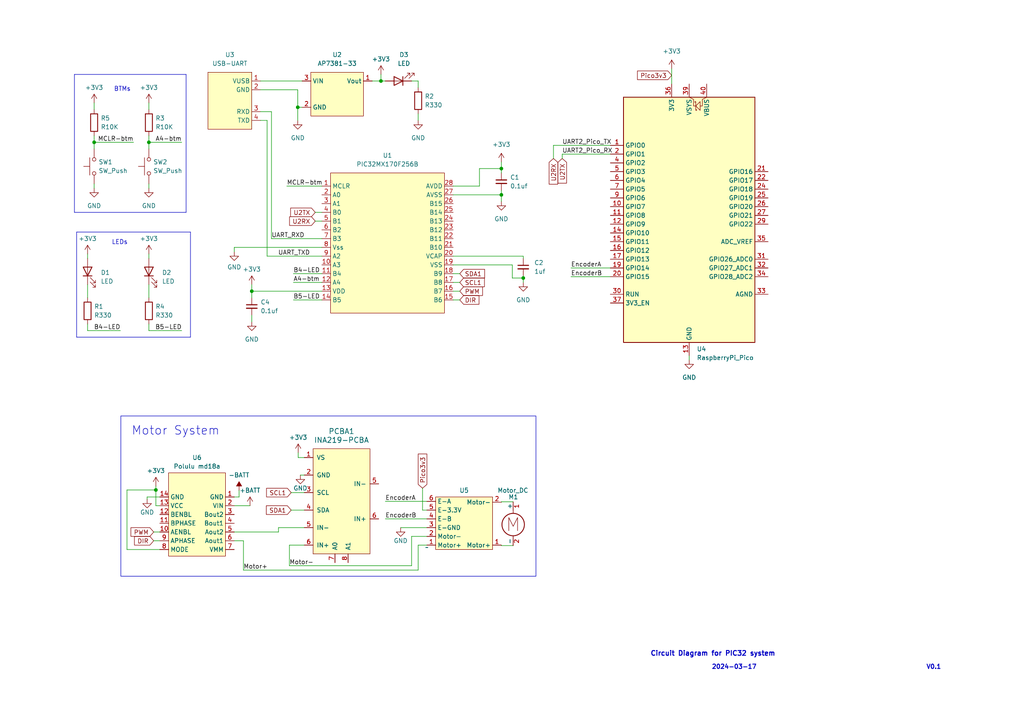
<source format=kicad_sch>
(kicad_sch (version 20230121) (generator eeschema)
  (paper "A4")
  (lib_symbols
    (symbol "Device:C_Small" (pin_numbers hide) (pin_names (offset 0.254) hide)
      (property "Reference" "C" (at 0.254 1.778 0))
      (property "Value" "C_Small" (at 0.254 -2.032 0))
      (symbol "C_Small_0_1"
        (polyline (pts (xy -1.524 -0.508) (xy 1.524 -0.508)) (stroke (width 0.3302)))
        (polyline (pts (xy -1.524 0.508) (xy 1.524 0.508)) (stroke (width 0.3048)))
      )
      (symbol "C_Small_1_1"
        (pin passive line (at 0 2.54 270) (length 2.032) (name "~") (number "1"))
        (pin passive line (at 0 -2.54 90) (length 2.032) (name "~") (number "2"))
      )
    )
    (symbol "Device:LED" (pin_numbers hide) (pin_names (offset 1.016) hide)
      (property "Reference" "D" (at 0 2.54 0))
      (property "Value" "LED" (at 0 -2.54 0))
      (symbol "LED_0_1"
        (polyline (pts (xy -1.27 -1.27) (xy -1.27 1.27)) (stroke (width 0.254)))
        (polyline (pts (xy -1.27 0) (xy 1.27 0)))
        (polyline (pts (xy 1.27 -1.27) (xy 1.27 1.27) (xy -1.27 0) (xy 1.27 -1.27)) (stroke (width 0.254)))
        (polyline (pts (xy -3.048 -0.762) (xy -4.572 -2.286) (xy -3.81 -2.286) (xy -4.572 -2.286) (xy -4.572 -1.524)))
        (polyline (pts (xy -1.778 -0.762) (xy -3.302 -2.286) (xy -2.54 -2.286) (xy -3.302 -2.286) (xy -3.302 -1.524)))
      )
      (symbol "LED_1_1"
        (pin passive line (at -3.81 0 0) (length 2.54) (name "K") (number "1"))
        (pin passive line (at 3.81 0 180) (length 2.54) (name "A") (number "2"))
      )
    )
    (symbol "Device:R" (pin_numbers hide) (pin_names (offset 0))
      (property "Reference" "R" (at 2.032 0 90))
      (property "Value" "R" (at 0 0 90))
      (symbol "R_0_1"
        (rectangle (start -1.016 -2.54) (end 1.016 2.54) (stroke (width 0.254)))
      )
      (symbol "R_1_1"
        (pin passive line (at 0 3.81 270) (length 1.27) (name "~") (number "1"))
        (pin passive line (at 0 -3.81 90) (length 1.27) (name "~") (number "2"))
      )
    )
    (symbol "Motor:Motor_DC" (pin_names (offset 0))
      (property "Reference" "M" (at 2.54 2.54 0))
      (property "Value" "Motor_DC" (at 2.54 -5.08 0))
      (symbol "Motor_DC_0_0"
        (polyline (pts (xy -1.27 -3.302) (xy -1.27 0.508) (xy 0 -2.032) (xy 1.27 0.508) (xy 1.27 -3.302)))
      )
      (symbol "Motor_DC_0_1"
        (circle (center 0 -1.524) (radius 3.2512) (stroke (width 0.254)))
        (polyline (pts (xy 0 -7.62) (xy 0 -7.112)))
        (polyline (pts (xy 0 -4.7752) (xy 0 -5.1816)))
        (polyline (pts (xy 0 1.7272) (xy 0 2.0828)))
        (polyline (pts (xy 0 2.032) (xy 0 2.54)))
      )
      (symbol "Motor_DC_1_1"
        (pin passive line (at 0 5.08 270) (length 2.54) (name "+") (number "1"))
        (pin passive line (at 0 -7.62 90) (length 2.54) (name "-") (number "2"))
      )
    )
    (symbol "Switch:SW_Push" (pin_numbers hide) (pin_names (offset 1.016) hide)
      (property "Reference" "SW" (at 1.27 2.54 0))
      (property "Value" "SW_Push" (at 0 -1.524 0))
      (symbol "SW_Push_0_1"
        (circle (center -2.032 0) (radius 0.508))
        (polyline (pts (xy 0 1.27) (xy 0 3.048)))
        (polyline (pts (xy 2.54 1.27) (xy -2.54 1.27)))
        (circle (center 2.032 0) (radius 0.508))
        (pin passive line (at -5.08 0 0) (length 2.54) (name "1") (number "1"))
        (pin passive line (at 5.08 0 180) (length 2.54) (name "2") (number "2"))
      )
    )
    (symbol "class-lib:AP7381-33"
      (property "Reference" "U" (at 0 6.35 0))
      (property "Value" "AP7381-33" (at 1.27 -1.27 0))
      (symbol "AP7381-33_0_0"
        (pin power_out line (at 10.16 2.54 180) (length 2.54) (name "Vout") (number "1"))
        (pin unspecified line (at -10.16 -5.08 0) (length 2.54) (name "GND") (number "2"))
        (pin input line (at -10.16 2.54 0) (length 2.54) (name "VIN") (number "3"))
      )
      (symbol "AP7381-33_1_1"
        (rectangle (start -7.62 5.08) (end 7.62 -7.62) (fill (type background)))
      )
    )
    (symbol "class-lib:INA219-PCBA" (pin_names (offset 1.016))
      (property "Reference" "PCBA" (at -8.89 2.54 0))
      (property "Value" "INA219-PCBA" (at -15.24 -2.54 0))
      (symbol "INA219-PCBA_0_1"
        (rectangle (start -15.24 6.35) (end 15.24 -10.16) (fill (type background)))
      )
      (symbol "INA219-PCBA_1_1"
        (pin power_in line (at -12.7 -12.7 90) (length 2.54) (name "VS") (number "1"))
        (pin power_in line (at -7.62 -12.7 90) (length 2.54) (name "GND") (number "2"))
        (pin input line (at -2.54 -12.7 90) (length 2.54) (name "SCL") (number "3"))
        (pin bidirectional line (at 2.54 -12.7 90) (length 2.54) (name "SDA") (number "4"))
        (pin input line (at -5.08 8.89 270) (length 2.54) (name "IN-") (number "5"))
        (pin input line (at 7.62 -12.7 90) (length 2.54) (name "IN-") (number "5"))
        (pin input line (at 5.08 8.89 270) (length 2.54) (name "IN+") (number "6"))
        (pin input line (at 12.7 -12.7 90) (length 2.54) (name "IN+") (number "6"))
        (pin input line (at 17.78 -3.81 180) (length 2.54) (name "A0") (number "7"))
        (pin input line (at 17.78 0 180) (length 2.54) (name "A1") (number "8"))
      )
    )
    (symbol "class-lib:MotorEncoder"
      (property "Reference" "U" (at 0.635 11.938 0))
      (symbol "MotorEncoder_0_0"
        (pin unspecified line (at -5.715 0 90) (length 2.54) (name "Motor+") (number "1"))
        (pin unspecified line (at -5.715 21.59 270) (length 2.54) (name "Motor+") (number "1"))
        (pin unspecified line (at -3.175 0 90) (length 2.54) (name "Motor-") (number "2"))
        (pin unspecified line (at 6.731 21.59 270) (length 2.54) (name "Motor-") (number "2"))
        (pin unspecified line (at -0.635 0 90) (length 2.54) (name "E-GND") (number "3"))
        (pin unspecified line (at 1.905 0 90) (length 2.54) (name "E-B") (number "4"))
        (pin unspecified line (at 4.445 0 90) (length 2.54) (name "E-3.3V") (number "5"))
        (pin unspecified line (at 6.985 0 90) (length 2.54) (name "E-A") (number "6"))
      )
      (symbol "MotorEncoder_1_1"
        (rectangle (start -6.985 19.05) (end 8.255 2.54) (fill (type background)))
      )
    )
    (symbol "class-lib:PIC32MX170F256B"
      (property "Reference" "U" (at 0 2.54 0))
      (property "Value" "PIC32MX170F256B" (at 0 -3.81 0))
      (symbol "PIC32MX170F256B_0_0"
        (pin bidirectional line (at -19.05 17.78 0) (length 2.54) (name "MCLR") (number "1"))
        (pin bidirectional line (at -19.05 -5.08 0) (length 2.54) (name "A3") (number "10"))
        (pin bidirectional line (at -19.05 -7.62 0) (length 2.54) (name "B4") (number "11"))
        (pin bidirectional line (at -19.05 -10.16 0) (length 2.54) (name "A4") (number "12"))
        (pin power_in line (at -19.05 -12.7 0) (length 2.54) (name "VDD") (number "13"))
        (pin bidirectional line (at -19.05 -15.24 0) (length 2.54) (name "B5") (number "14"))
        (pin bidirectional line (at 19.05 -15.24 180) (length 2.54) (name "B6") (number "15"))
        (pin bidirectional line (at 19.05 -12.7 180) (length 2.54) (name "B7") (number "16"))
        (pin bidirectional line (at 19.05 -10.16 180) (length 2.54) (name "B8") (number "17"))
        (pin bidirectional line (at 19.05 -7.62 180) (length 2.54) (name "B9") (number "18"))
        (pin bidirectional line (at 19.05 -5.08 180) (length 2.54) (name "VSS") (number "19"))
        (pin bidirectional line (at -19.05 15.24 0) (length 2.54) (name "A0") (number "2"))
        (pin bidirectional line (at 19.05 -2.54 180) (length 2.54) (name "VCAP") (number "20"))
        (pin bidirectional line (at 19.05 0 180) (length 2.54) (name "B10") (number "21"))
        (pin bidirectional line (at 19.05 2.54 180) (length 2.54) (name "B11") (number "22"))
        (pin bidirectional line (at 19.05 5.08 180) (length 2.54) (name "B12") (number "23"))
        (pin bidirectional line (at 19.05 7.62 180) (length 2.54) (name "B13") (number "24"))
        (pin bidirectional line (at 19.05 10.16 180) (length 2.54) (name "B14") (number "25"))
        (pin bidirectional line (at 19.05 12.7 180) (length 2.54) (name "B15") (number "26"))
        (pin bidirectional line (at 19.05 15.24 180) (length 2.54) (name "AVSS") (number "27"))
        (pin power_in line (at 19.05 17.78 180) (length 2.54) (name "AVDD") (number "28"))
        (pin bidirectional line (at -19.05 12.7 0) (length 2.54) (name "A1") (number "3"))
        (pin bidirectional line (at -19.05 10.16 0) (length 2.54) (name "B0") (number "4"))
        (pin bidirectional line (at -19.05 7.62 0) (length 2.54) (name "B1") (number "5"))
        (pin bidirectional line (at -19.05 5.08 0) (length 2.54) (name "B2") (number "6"))
        (pin bidirectional line (at -19.05 2.54 0) (length 2.54) (name "B3") (number "7"))
        (pin bidirectional line (at -19.05 0 0) (length 2.54) (name "Vss") (number "8"))
        (pin bidirectional line (at -19.05 -2.54 0) (length 2.54) (name "A2") (number "9"))
      )
      (symbol "PIC32MX170F256B_1_1"
        (rectangle (start -16.51 21.59) (end 16.51 -19.05) (fill (type background)))
      )
    )
    (symbol "class-lib:Polulu-md18a"
      (property "Reference" "U" (at -0.635 4.445 0))
      (property "Value" "Polulu md18a" (at 0 2.54 0))
      (symbol "Polulu-md18a_0_0"
        (pin unspecified line (at -10.795 -0.635 0) (length 2.54) (name "GND") (number "1"))
        (pin unspecified line (at 10.795 -10.795 180) (length 2.54) (name "AENBL") (number "10"))
        (pin unspecified line (at 10.795 -8.255 180) (length 2.54) (name "BPHASE") (number "11"))
        (pin unspecified line (at 10.795 -5.715 180) (length 2.54) (name "BENBL") (number "12"))
        (pin unspecified line (at 10.795 -3.175 180) (length 2.54) (name "VCC") (number "13"))
        (pin unspecified line (at 10.795 -0.635 180) (length 2.54) (name "GND") (number "14"))
        (pin unspecified line (at -10.795 -3.175 0) (length 2.54) (name "VIN") (number "2"))
        (pin unspecified line (at -10.795 -5.715 0) (length 2.54) (name "Bout2") (number "3"))
        (pin unspecified line (at -10.795 -8.255 0) (length 2.54) (name "Bout1") (number "4"))
        (pin unspecified line (at -10.795 -10.795 0) (length 2.54) (name "Aout2") (number "5"))
        (pin unspecified line (at -10.795 -13.335 0) (length 2.54) (name "Aout1") (number "6"))
        (pin unspecified line (at -10.795 -15.875 0) (length 2.54) (name "VMM") (number "7"))
        (pin unspecified line (at 10.795 -15.875 180) (length 2.54) (name "MODE") (number "8"))
        (pin unspecified line (at 10.795 -13.335 180) (length 2.54) (name "APHASE") (number "9"))
      )
      (symbol "Polulu-md18a_1_1"
        (rectangle (start -8.255 6.35) (end 8.255 -17.78) (fill (type background)))
      )
    )
    (symbol "class-lib:USB-UART"
      (property "Reference" "U" (at 0 3.81 0))
      (property "Value" "USB-UART" (at 2.54 -5.08 0))
      (symbol "USB-UART_0_0"
        (pin power_out line (at -6.35 0 0) (length 2.54) (name "VUSB") (number "1"))
        (pin bidirectional line (at -6.35 -2.54 0) (length 2.54) (name "GND") (number "2"))
        (pin input line (at -6.35 -8.89 0) (length 2.54) (name "RXD") (number "3"))
        (pin output line (at -6.35 -11.43 0) (length 2.54) (name "TXD") (number "4"))
      )
      (symbol "USB-UART_1_1"
        (rectangle (start -3.81 2.54) (end 8.89 -13.97) (fill (type background)))
      )
    )
    (symbol "pipico:RaspberryPi_Pico"
      (property "Reference" "U" (at -19.05 38.1 0))
      (property "Value" "RaspberryPi_Pico" (at 7.62 38.1 0))
      (symbol "RaspberryPi_Pico_0_1"
        (rectangle (start -19.05 36.83) (end 19.05 -34.29) (stroke (width 0.254)) (fill (type background)))
        (polyline (pts (xy 0 36.83) (xy 1.27 36.195) (xy 1.27 34.29) (xy 1.905 34.29)))
        (polyline (pts (xy 1.905 34.29) (xy 3.175 35.56) (xy 3.175 33.02) (xy 1.905 34.29)))
        (polyline (pts (xy 5.08 36.83) (xy 3.81 36.195) (xy 3.81 34.29) (xy 3.175 34.29)))
        (polyline (pts (xy 1.651 35.306) (xy 1.651 35.56) (xy 1.905 35.56) (xy 1.905 33.02) (xy 2.159 33.02) (xy 2.159 33.274)))
      )
      (symbol "RaspberryPi_Pico_1_1"
        (pin bidirectional line (at -22.86 22.86 0) (length 3.81) (name "GPIO0") (number "1"))
        (pin bidirectional line (at -22.86 5.08 0) (length 3.81) (name "GPIO7") (number "10"))
        (pin bidirectional line (at -22.86 2.54 0) (length 3.81) (name "GPIO8") (number "11"))
        (pin bidirectional line (at -22.86 0 0) (length 3.81) (name "GPIO9") (number "12"))
        (pin power_out line (at 0 -38.1 90) (length 3.81) (name "GND") (number "13"))
        (pin bidirectional line (at -22.86 -2.54 0) (length 3.81) (name "GPIO10") (number "14"))
        (pin bidirectional line (at -22.86 -5.08 0) (length 3.81) (name "GPIO11") (number "15"))
        (pin bidirectional line (at -22.86 -7.62 0) (length 3.81) (name "GPIO12") (number "16"))
        (pin bidirectional line (at -22.86 -10.16 0) (length 3.81) (name "GPIO13") (number "17"))
        (pin passive line (at 0 -38.1 90) (length 3.81) hide (name "GND") (number "18"))
        (pin bidirectional line (at -22.86 -12.7 0) (length 3.81) (name "GPIO14") (number "19"))
        (pin bidirectional line (at -22.86 20.32 0) (length 3.81) (name "GPIO1") (number "2"))
        (pin bidirectional line (at -22.86 -15.24 0) (length 3.81) (name "GPIO15") (number "20"))
        (pin bidirectional line (at 22.86 15.24 180) (length 3.81) (name "GPIO16") (number "21"))
        (pin bidirectional line (at 22.86 12.7 180) (length 3.81) (name "GPIO17") (number "22"))
        (pin passive line (at 0 -38.1 90) (length 3.81) hide (name "GND") (number "23"))
        (pin bidirectional line (at 22.86 10.16 180) (length 3.81) (name "GPIO18") (number "24"))
        (pin bidirectional line (at 22.86 7.62 180) (length 3.81) (name "GPIO19") (number "25"))
        (pin bidirectional line (at 22.86 5.08 180) (length 3.81) (name "GPIO20") (number "26"))
        (pin bidirectional line (at 22.86 2.54 180) (length 3.81) (name "GPIO21") (number "27"))
        (pin passive line (at 0 -38.1 90) (length 3.81) hide (name "GND") (number "28"))
        (pin bidirectional line (at 22.86 0 180) (length 3.81) (name "GPIO22") (number "29"))
        (pin passive line (at 0 -38.1 90) (length 3.81) hide (name "GND") (number "3"))
        (pin input line (at -22.86 -20.32 0) (length 3.81) (name "RUN") (number "30"))
        (pin bidirectional line (at 22.86 -10.16 180) (length 3.81) (name "GPIO26_ADC0") (number "31"))
        (pin bidirectional line (at 22.86 -12.7 180) (length 3.81) (name "GPIO27_ADC1") (number "32"))
        (pin power_in line (at 22.86 -20.32 180) (length 3.81) (name "AGND") (number "33"))
        (pin bidirectional line (at 22.86 -15.24 180) (length 3.81) (name "GPIO28_ADC2") (number "34"))
        (pin power_in line (at 22.86 -5.08 180) (length 3.81) (name "ADC_VREF") (number "35"))
        (pin power_out line (at -5.08 40.64 270) (length 3.81) (name "3V3") (number "36"))
        (pin input line (at -22.86 -22.86 0) (length 3.81) (name "3V3_EN") (number "37"))
        (pin passive line (at 0 -38.1 90) (length 3.81) hide (name "GND") (number "38"))
        (pin power_in line (at 0 40.64 270) (length 3.81) (name "VSYS") (number "39"))
        (pin bidirectional line (at -22.86 17.78 0) (length 3.81) (name "GPIO2") (number "4"))
        (pin power_out line (at 5.08 40.64 270) (length 3.81) (name "VBUS") (number "40"))
        (pin bidirectional line (at -22.86 15.24 0) (length 3.81) (name "GPIO3") (number "5"))
        (pin bidirectional line (at -22.86 12.7 0) (length 3.81) (name "GPIO4") (number "6"))
        (pin bidirectional line (at -22.86 10.16 0) (length 3.81) (name "GPIO5") (number "7"))
        (pin passive line (at 0 -38.1 90) (length 3.81) hide (name "GND") (number "8"))
        (pin bidirectional line (at -22.86 7.62 0) (length 3.81) (name "GPIO6") (number "9"))
      )
    )
    (symbol "power:+3V3" (power) (pin_names (offset 0))
      (property "Value" "+3V3" (at 0 3.556 0))
      (symbol "+3V3_0_1"
        (polyline (pts (xy -0.762 1.27) (xy 0 2.54)))
        (polyline (pts (xy 0 0) (xy 0 2.54)))
        (polyline (pts (xy 0 2.54) (xy 0.762 1.27)))
      )
      (symbol "+3V3_1_1"
        (pin power_in line (at 0 0 90) (length 0) hide (name "+3V3") (number "1"))
      )
    )
    (symbol "power:+BATT" (power) (pin_names (offset 0))
      (property "Value" "+BATT" (at 0 3.556 0))
      (symbol "+BATT_0_1"
        (polyline (pts (xy -0.762 1.27) (xy 0 2.54)))
        (polyline (pts (xy 0 0) (xy 0 2.54)))
        (polyline (pts (xy 0 2.54) (xy 0.762 1.27)))
      )
      (symbol "+BATT_1_1"
        (pin power_in line (at 0 0 90) (length 0) hide (name "+BATT") (number "1"))
      )
    )
    (symbol "power:-BATT" (power) (pin_names (offset 0))
      (property "Value" "-BATT" (at 0 3.556 0))
      (symbol "-BATT_0_1"
        (polyline (pts (xy 0 0) (xy 0 2.54)))
        (polyline (pts (xy 0.762 1.27) (xy -0.762 1.27) (xy 0 2.54) (xy 0.762 1.27)) (fill (type outline)))
      )
      (symbol "-BATT_1_1"
        (pin power_in line (at 0 0 90) (length 0) hide (name "-BATT") (number "1"))
      )
    )
    (symbol "power:GND" (power) (pin_names (offset 0))
      (property "Value" "GND" (at 0 -3.81 0))
      (symbol "GND_0_1"
        (polyline (pts (xy 0 0) (xy 0 -1.27) (xy 1.27 -1.27) (xy 0 -2.54) (xy -1.27 -1.27) (xy 0 -1.27)))
      )
      (symbol "GND_1_1"
        (pin power_in line (at 0 0 270) (length 0) hide (name "GND") (number "1"))
      )
    )
  )
  (junction (at 45.212 142.113))
  (junction (at 145.415 56.515))
  (junction (at 27.305 41.275))
  (junction (at 145.415 48.895))
  (junction (at 151.765 80.645))
  (junction (at 86.36 31.115))
  (junction (at 110.49 23.495))
  (junction (at 73.025 84.455))
  (junction (at 43.18 41.275))
  (wire (pts (xy 83.185 53.975) (xy 93.345 53.975)))
  (wire (pts (xy 44.577 156.845) (xy 46.355 156.845)))
  (polyline (pts (xy 22.225 67.31) (xy 22.225 97.79)))
  (wire (pts (xy 88.265 132.715) (xy 86.487 132.715)))
  (wire (pts (xy 85.09 86.995) (xy 93.345 86.995)))
  (wire (pts (xy 43.18 93.98) (xy 43.18 95.885)))
  (wire (pts (xy 27.305 29.845) (xy 27.305 31.75)))
  (wire (pts (xy 25.4 95.885) (xy 34.925 95.885)))
  (wire (pts (xy 163.068 44.704) (xy 177.038 44.704)))
  (wire (pts (xy 45.212 140.97) (xy 45.212 142.113)))
  (wire (pts (xy 67.945 144.145) (xy 69.342 144.145)))
  (wire (pts (xy 78.74 32.385) (xy 78.74 69.215)))
  (wire (pts (xy 86.36 31.115) (xy 87.63 31.115)))
  (wire (pts (xy 70.612 156.845) (xy 70.612 165.354)))
  (wire (pts (xy 145.415 48.895) (xy 145.415 50.165)))
  (wire (pts (xy 43.18 82.55) (xy 43.18 86.36)))
  (wire (pts (xy 122.555 147.955) (xy 123.825 147.955)))
  (wire (pts (xy 73.025 82.55) (xy 73.025 84.455)))
  (wire (pts (xy 123.825 158.115) (xy 121.285 158.115)))
  (wire (pts (xy 25.4 73.66) (xy 25.4 74.93)))
  (wire (pts (xy 73.025 91.44) (xy 73.025 93.345)))
  (wire (pts (xy 165.608 80.264) (xy 177.038 80.264)))
  (wire (pts (xy 110.49 23.495) (xy 111.76 23.495)))
  (wire (pts (xy 119.38 23.495) (xy 121.285 23.495)))
  (wire (pts (xy 85.09 81.915) (xy 93.345 81.915)))
  (wire (pts (xy 78.74 69.215) (xy 93.345 69.215)))
  (wire (pts (xy 27.305 53.34) (xy 27.305 54.61)))
  (wire (pts (xy 163.068 44.704) (xy 163.068 45.974)))
  (wire (pts (xy 27.305 39.37) (xy 27.305 41.275)))
  (wire (pts (xy 148.844 145.542) (xy 145.415 145.542)))
  (wire (pts (xy 43.18 73.66) (xy 43.18 74.93)))
  (wire (pts (xy 151.765 80.645) (xy 151.765 81.915)))
  (wire (pts (xy 43.18 41.275) (xy 43.18 43.18)))
  (wire (pts (xy 85.09 79.375) (xy 93.345 79.375)))
  (wire (pts (xy 77.47 34.925) (xy 75.565 34.925)))
  (wire (pts (xy 121.285 33.02) (xy 121.285 34.925)))
  (wire (pts (xy 36.83 142.113) (xy 45.212 142.113)))
  (wire (pts (xy 145.415 56.515) (xy 145.415 55.245)))
  (wire (pts (xy 194.818 19.939) (xy 194.818 24.384)))
  (wire (pts (xy 43.18 95.885) (xy 52.705 95.885)))
  (wire (pts (xy 46.355 146.685) (xy 45.212 146.685)))
  (wire (pts (xy 84.455 142.875) (xy 88.265 142.875)))
  (polyline (pts (xy 21.59 21.59) (xy 21.59 61.595)))
  (wire (pts (xy 69.342 144.145) (xy 69.342 142.24)))
  (wire (pts (xy 145.415 158.242) (xy 145.415 158.115)))
  (wire (pts (xy 145.415 56.515) (xy 145.415 58.42)))
  (wire (pts (xy 86.36 26.035) (xy 86.36 31.115)))
  (wire (pts (xy 27.305 41.275) (xy 38.735 41.275)))
  (wire (pts (xy 131.445 84.455) (xy 133.35 84.455)))
  (wire (pts (xy 119.38 155.575) (xy 119.38 164.084)))
  (wire (pts (xy 139.065 48.895) (xy 139.065 53.975)))
  (wire (pts (xy 43.18 53.34) (xy 43.18 54.61)))
  (wire (pts (xy 78.74 32.385) (xy 75.565 32.385)))
  (wire (pts (xy 88.265 153.035) (xy 80.772 153.035)))
  (wire (pts (xy 91.44 61.595) (xy 93.345 61.595)))
  (wire (pts (xy 148.59 80.645) (xy 151.765 80.645)))
  (wire (pts (xy 121.285 165.354) (xy 70.612 165.354)))
  (wire (pts (xy 131.445 76.835) (xy 148.59 76.835)))
  (wire (pts (xy 83.947 164.084) (xy 83.947 158.115)))
  (wire (pts (xy 110.49 21.59) (xy 110.49 23.495)))
  (wire (pts (xy 42.672 144.145) (xy 42.672 144.78)))
  (wire (pts (xy 111.76 150.495) (xy 123.825 150.495)))
  (wire (pts (xy 36.83 159.385) (xy 46.355 159.385)))
  (wire (pts (xy 44.577 154.305) (xy 46.355 154.305)))
  (wire (pts (xy 111.76 145.415) (xy 123.825 145.415)))
  (wire (pts (xy 131.445 74.295) (xy 151.765 74.295)))
  (wire (pts (xy 91.44 64.135) (xy 93.345 64.135)))
  (wire (pts (xy 116.205 153.035) (xy 123.825 153.035)))
  (wire (pts (xy 72.517 146.685) (xy 67.945 146.685)))
  (wire (pts (xy 73.025 84.455) (xy 93.345 84.455)))
  (wire (pts (xy 25.4 82.55) (xy 25.4 86.36)))
  (polyline (pts (xy 21.59 21.59) (xy 53.975 21.59)))
  (wire (pts (xy 75.565 23.495) (xy 87.63 23.495)))
  (wire (pts (xy 45.212 142.113) (xy 45.212 146.685)))
  (wire (pts (xy 80.772 154.305) (xy 67.945 154.305)))
  (polyline (pts (xy 22.225 97.79) (xy 55.245 97.79)))
  (wire (pts (xy 131.445 81.915) (xy 133.35 81.915)))
  (wire (pts (xy 43.18 39.37) (xy 43.18 41.275)))
  (wire (pts (xy 43.18 29.845) (xy 43.18 31.75)))
  (wire (pts (xy 46.355 144.145) (xy 42.672 144.145)))
  (wire (pts (xy 107.95 23.495) (xy 110.49 23.495)))
  (wire (pts (xy 83.947 158.115) (xy 88.265 158.115)))
  (wire (pts (xy 148.59 76.835) (xy 148.59 80.645)))
  (wire (pts (xy 131.445 79.375) (xy 133.35 79.375)))
  (polyline (pts (xy 55.245 97.79) (xy 55.245 67.31)))
  (polyline (pts (xy 21.59 61.595) (xy 53.975 61.595)))
  (polyline (pts (xy 53.975 61.595) (xy 53.975 21.59)))
  (wire (pts (xy 165.608 77.724) (xy 177.038 77.724)))
  (wire (pts (xy 86.487 131.318) (xy 86.487 132.715)))
  (wire (pts (xy 151.765 80.645) (xy 151.765 80.01)))
  (wire (pts (xy 131.445 56.515) (xy 145.415 56.515)))
  (wire (pts (xy 160.528 45.974) (xy 160.528 42.164)))
  (wire (pts (xy 75.565 26.035) (xy 86.36 26.035)))
  (wire (pts (xy 87.122 137.795) (xy 88.265 137.795)))
  (wire (pts (xy 43.18 41.275) (xy 52.705 41.275)))
  (wire (pts (xy 77.47 74.295) (xy 93.345 74.295)))
  (wire (pts (xy 25.4 93.98) (xy 25.4 95.885)))
  (wire (pts (xy 36.83 142.113) (xy 36.83 159.385)))
  (wire (pts (xy 121.285 23.495) (xy 121.285 25.4)))
  (wire (pts (xy 67.945 71.755) (xy 67.945 73.025)))
  (wire (pts (xy 160.528 42.164) (xy 177.038 42.164)))
  (polyline (pts (xy 22.225 67.31) (xy 55.245 67.31)))
  (wire (pts (xy 73.025 84.455) (xy 73.025 86.36)))
  (wire (pts (xy 148.844 158.242) (xy 145.415 158.242)))
  (wire (pts (xy 139.065 48.895) (xy 145.415 48.895)))
  (wire (pts (xy 80.772 153.035) (xy 80.772 154.305)))
  (wire (pts (xy 77.47 74.295) (xy 77.47 34.925)))
  (wire (pts (xy 86.36 31.115) (xy 86.36 34.925)))
  (wire (pts (xy 123.825 155.575) (xy 119.38 155.575)))
  (wire (pts (xy 145.415 46.99) (xy 145.415 48.895)))
  (wire (pts (xy 139.065 53.975) (xy 131.445 53.975)))
  (wire (pts (xy 27.305 41.275) (xy 27.305 43.18)))
  (wire (pts (xy 145.415 145.542) (xy 145.415 145.669)))
  (wire (pts (xy 199.898 103.124) (xy 199.898 104.394)))
  (wire (pts (xy 119.38 164.084) (xy 83.947 164.084)))
  (wire (pts (xy 121.285 165.354) (xy 121.285 158.115)))
  (wire (pts (xy 93.345 71.755) (xy 67.945 71.755)))
  (wire (pts (xy 84.455 147.955) (xy 88.265 147.955)))
  (wire (pts (xy 67.945 156.845) (xy 70.612 156.845)))
  (wire (pts (xy 122.555 141.605) (xy 122.555 147.955)))
  (wire (pts (xy 151.765 74.295) (xy 151.765 74.93)))
  (wire (pts (xy 131.445 86.995) (xy 133.35 86.995)))
  (rectangle (start 35.052 120.65) (end 155.448 167.132))
  (text "BTMs" (at 33.02 26.67 0) (effects (font (size 1.27 1.27)) (justify left bottom)))
  (text "Motor System" (at 38.1 126.492 0) (effects (font (size 2.5 2.5)) (justify left bottom)))
  (text "LEDs" (at 32.385 71.12 0) (effects (font (size 1.27 1.27)) (justify left bottom)))
  (text "2024-03-17\n" (at 206.375 194.31 0) (effects (font (size 1.27 1.27) bold) (justify left bottom)))
  (text "Circuit Diagram for PIC32 system" (at 188.595 190.5 0) (effects (font (size 1.4 1.4) (thickness 0.28) bold) (justify left bottom)))
  (text "V0.1" (at 268.605 194.31 0) (effects (font (size 1.27 1.27) bold) (justify left bottom)))
  (label "Motor+" (at 70.612 165.354 0))
  (label "EncoderB" (at 111.76 150.495 0))
  (label "B5-LED" (at 52.705 95.885 180))
  (label "UART_TXD" (at 80.645 74.295 0))
  (label "EncoderA" (at 165.608 77.724 0))
  (label "B4-LED" (at 85.09 79.375 0))
  (label "EncoderB" (at 165.608 80.264 0))
  (label "MCLR-btm" (at 38.735 41.275 180))
  (label "A4-btm" (at 52.705 41.275 180))
  (label "B4-LED" (at 34.925 95.885 180))
  (label "A4-btm" (at 85.09 81.915 0))
  (label "UART2_Pico_TX" (at 163.068 42.164 0))
  (label "MCLR-btm" (at 83.185 53.975 0))
  (label "Motor-" (at 83.947 164.084 0))
  (label "B5-LED" (at 85.09 86.995 0))
  (label "UART2_Pico_RX" (at 163.068 44.704 0))
  (label "UART_RXD" (at 78.74 69.215 0))
  (label "EncoderA" (at 111.76 145.415 0))
  (global_label "SCL1" (shape input) (at 133.35 81.915 0) (property "Intersheetrefs" "${INTERSHEET_REFS}" (effects hide)))
  (global_label "SDA1" (shape input) (at 133.35 79.375 0) (property "Intersheetrefs" "${INTERSHEET_REFS}" (effects hide)))
  (global_label "Pico3v3" (shape input) (at 194.818 21.844 180) (property "Intersheetrefs" "${INTERSHEET_REFS}" (effects hide)))
  (global_label "SCL1" (shape input) (at 84.455 142.875 180) (property "Intersheetrefs" "${INTERSHEET_REFS}" (effects hide)))
  (global_label "U2RX" (shape input) (at 91.44 64.135 180) (property "Intersheetrefs" "${INTERSHEET_REFS}" (effects hide)))
  (global_label "DIR" (shape input) (at 133.35 86.995 0) (property "Intersheetrefs" "${INTERSHEET_REFS}" (effects hide)))
  (global_label "U2TX" (shape input) (at 91.44 61.595 180) (property "Intersheetrefs" "${INTERSHEET_REFS}" (effects hide)))
  (global_label "SDA1" (shape input) (at 84.455 147.955 180) (property "Intersheetrefs" "${INTERSHEET_REFS}" (effects hide)))
  (global_label "Pico3v3" (shape input) (at 122.555 141.605 90) (property "Intersheetrefs" "${INTERSHEET_REFS}" (effects hide)))
  (global_label "U2TX" (shape input) (at 163.068 45.974 270) (property "Intersheetrefs" "${INTERSHEET_REFS}" (effects hide)))
  (global_label "PWM" (shape input) (at 133.35 84.455 0) (property "Intersheetrefs" "${INTERSHEET_REFS}" (effects hide)))
  (global_label "U2RX" (shape input) (at 160.528 45.974 270) (property "Intersheetrefs" "${INTERSHEET_REFS}" (effects hide)))
  (global_label "DIR" (shape input) (at 44.577 156.845 180) (property "Intersheetrefs" "${INTERSHEET_REFS}" (effects hide)))
  (global_label "PWM" (shape input) (at 44.577 154.305 180) (property "Intersheetrefs" "${INTERSHEET_REFS}" (effects hide)))
  (symbol (lib_id "power:GND") (at 151.765 81.915 0) (unit 1)
    (property "Reference" "#PWR013" (effects hide))
    (property "Value" "GND" (at 151.765 86.995 0))
  )
  (symbol (lib_id "Device:R") (at 121.285 29.21 0) (unit 1)
    (property "Reference" "R2" (at 123.19 27.94 0) (effects (justify left)))
    (property "Value" "R330" (at 123.19 30.48 0) (effects (justify left)))
  )
  (symbol (lib_id "power:GND") (at 43.18 54.61 0) (unit 1)
    (property "Reference" "#PWR010" (effects hide))
    (property "Value" "GND" (at 43.18 59.69 0))
  )
  (symbol (lib_id "Switch:SW_Push") (at 43.18 48.26 90) (unit 1)
    (property "Reference" "SW2" (at 44.45 46.99 90) (effects (justify right)))
    (property "Value" "SW_Push" (at 44.45 49.53 90) (effects (justify right)))
  )
  (symbol (lib_id "power:+3V3") (at 27.305 29.845 0) (unit 1)
    (property "Reference" "#PWR07" (effects hide))
    (property "Value" "+3V3" (at 27.305 25.4 0))
  )
  (symbol (lib_id "class-lib:USB-UART") (at 69.215 23.495 0) (mirror y) (unit 1)
    (property "Reference" "U3" (at 66.675 15.875 0))
    (property "Value" "USB-UART" (at 66.675 18.415 0))
  )
  (symbol (lib_id "Device:LED") (at 25.4 78.74 90) (unit 1)
    (property "Reference" "D1" (at 29.21 79.0575 90) (effects (justify right)))
    (property "Value" "LED" (at 29.21 81.5975 90) (effects (justify right)))
  )
  (symbol (lib_id "Device:C_Small") (at 73.025 88.9 0) (unit 1)
    (property "Reference" "C4" (at 75.565 87.6363 0) (effects (justify left)))
    (property "Value" "0.1uf" (at 75.565 90.1763 0) (effects (justify left)))
  )
  (symbol (lib_id "Device:R") (at 43.18 35.56 0) (unit 1)
    (property "Reference" "R3" (at 45.085 34.29 0) (effects (justify left)))
    (property "Value" "R10K" (at 45.085 36.83 0) (effects (justify left)))
  )
  (symbol (lib_id "pipico:RaspberryPi_Pico") (at 199.898 65.024 0) (unit 1)
    (property "Reference" "U4" (at 202.0921 101.219 0) (effects (justify left)))
    (property "Value" "RaspberryPi_Pico" (at 202.0921 103.759 0) (effects (justify left)))
    (property "Footprint" "Module_RaspberryPi_Pico:RaspberryPi_Pico_Common" (effects hide))
    (property "Datasheet" "https://datasheets.raspberrypi.com/pico/pico-datasheet.pdf" (effects hide))
  )
  (symbol (lib_id "power:+BATT") (at 72.517 146.685 0) (mirror y) (unit 1)
    (property "Reference" "#PWR022" (effects hide))
    (property "Value" "+BATT" (at 72.517 142.24 0))
  )
  (symbol (lib_id "class-lib:PIC32MX170F256B") (at 112.395 71.755 0) (unit 1)
    (property "Reference" "U1" (at 112.395 45.085 0))
    (property "Value" "PIC32MX170F256B" (at 112.395 47.625 0))
  )
  (symbol (lib_id "power:+3V3") (at 43.18 29.845 0) (unit 1)
    (property "Reference" "#PWR08" (effects hide))
    (property "Value" "+3V3" (at 43.18 25.4 0))
  )
  (symbol (lib_id "Switch:SW_Push") (at 27.305 48.26 90) (unit 1)
    (property "Reference" "SW1" (at 28.575 46.99 90) (effects (justify right)))
    (property "Value" "SW_Push" (at 28.575 49.53 90) (effects (justify right)))
  )
  (symbol (lib_id "Device:LED") (at 115.57 23.495 180) (unit 1)
    (property "Reference" "D3" (at 117.1575 15.875 0))
    (property "Value" "LED" (at 117.1575 18.415 0))
  )
  (symbol (lib_id "Device:R") (at 27.305 35.56 0) (unit 1)
    (property "Reference" "R5" (at 29.21 34.29 0) (effects (justify left)))
    (property "Value" "R10K" (at 29.21 36.83 0) (effects (justify left)))
  )
  (symbol (lib_id "Device:R") (at 25.4 90.17 0) (unit 1)
    (property "Reference" "R1" (at 27.305 88.9 0) (effects (justify left)))
    (property "Value" "R330" (at 27.305 91.44 0) (effects (justify left)))
  )
  (symbol (lib_id "Device:C_Small") (at 151.765 77.47 0) (unit 1)
    (property "Reference" "C2" (at 154.94 76.2063 0) (effects (justify left)))
    (property "Value" "1uf" (at 154.94 78.7463 0) (effects (justify left)))
  )
  (symbol (lib_id "power:GND") (at 86.36 34.925 0) (unit 1)
    (property "Reference" "#PWR01" (effects hide))
    (property "Value" "GND" (at 86.36 40.005 0))
  )
  (symbol (lib_id "power:GND") (at 27.305 54.61 0) (unit 1)
    (property "Reference" "#PWR09" (effects hide))
    (property "Value" "GND" (at 27.305 59.69 0))
  )
  (symbol (lib_id "power:GND") (at 121.285 34.925 0) (unit 1)
    (property "Reference" "#PWR015" (effects hide))
    (property "Value" "GND" (at 121.285 40.005 0))
  )
  (symbol (lib_id "power:GND") (at 42.672 144.78 0) (mirror y) (unit 1)
    (property "Reference" "#PWR023" (effects hide))
    (property "Value" "GND" (at 42.672 148.59 0))
  )
  (symbol (lib_id "power:GND") (at 67.945 73.025 0) (unit 1)
    (property "Reference" "#PWR014" (effects hide))
    (property "Value" "GND" (at 67.945 77.47 0))
  )
  (symbol (lib_id "power:+3V3") (at 110.49 21.59 0) (unit 1)
    (property "Reference" "#PWR03" (effects hide))
    (property "Value" "+3V3" (at 110.49 17.145 0))
  )
  (symbol (lib_id "power:GND") (at 199.898 104.394 0) (unit 1)
    (property "Reference" "#PWR016" (effects hide))
    (property "Value" "GND" (at 199.898 109.474 0))
  )
  (symbol (lib_id "power:GND") (at 145.415 58.42 0) (unit 1)
    (property "Reference" "#PWR06" (effects hide))
    (property "Value" "GND" (at 145.415 63.5 0))
  )
  (symbol (lib_id "power:+3V3") (at 145.415 46.99 0) (unit 1)
    (property "Reference" "#PWR05" (effects hide))
    (property "Value" "+3V3" (at 145.415 41.91 0))
  )
  (symbol (lib_id "power:GND") (at 87.122 137.795 0) (unit 1)
    (property "Reference" "#PWR020" (effects hide))
    (property "Value" "GND" (at 87.122 141.605 0))
  )
  (symbol (lib_id "power:+3V3") (at 86.487 131.318 0) (unit 1)
    (property "Reference" "#PWR019" (effects hide))
    (property "Value" "+3V3" (at 86.487 126.873 0))
  )
  (symbol (lib_id "power:+3V3") (at 45.212 140.97 0) (mirror y) (unit 1)
    (property "Reference" "#PWR024" (effects hide))
    (property "Value" "+3V3" (at 45.212 136.525 0))
  )
  (symbol (lib_id "Device:C_Small") (at 145.415 52.705 0) (unit 1)
    (property "Reference" "C1" (at 147.955 51.4413 0) (effects (justify left)))
    (property "Value" "0.1uf" (at 147.955 53.9813 0) (effects (justify left)))
  )
  (symbol (lib_id "Device:R") (at 43.18 90.17 0) (unit 1)
    (property "Reference" "R4" (at 45.085 88.9 0) (effects (justify left)))
    (property "Value" "R330" (at 45.085 91.44 0) (effects (justify left)))
  )
  (symbol (lib_id "class-lib:AP7381-33") (at 97.79 26.035 0) (unit 1)
    (property "Reference" "U2" (at 97.79 15.875 0))
    (property "Value" "AP7381-33" (at 97.79 18.415 0))
    (property "Datasheet" "https://www.diodes.com/assets/Datasheets/products_inactive_data/AP7381.pdf" (effects hide))
  )
  (symbol (lib_id "power:GND") (at 116.205 153.035 0) (unit 1)
    (property "Reference" "#PWR017" (effects hide))
    (property "Value" "GND" (at 116.205 156.845 0))
  )
  (symbol (lib_id "power:+3V3") (at 43.18 73.66 0) (unit 1)
    (property "Reference" "#PWR012" (effects hide))
    (property "Value" "+3V3" (at 43.18 69.215 0))
  )
  (symbol (lib_id "class-lib:MotorEncoder") (at 123.825 152.4 270) (mirror x) (unit 1)
    (property "Reference" "U5" (at 134.62 142.24 90))
    (property "Value" "~" (at 123.825 158.75 90))
  )
  (symbol (lib_id "power:-BATT") (at 69.342 142.24 0) (mirror y) (unit 1)
    (property "Reference" "#PWR021" (effects hide))
    (property "Value" "-BATT" (at 69.342 137.795 0))
  )
  (symbol (lib_id "power:+3V3") (at 194.818 19.939 0) (unit 1)
    (property "Reference" "#PWR018" (effects hide))
    (property "Value" "+3V3" (at 194.818 14.859 0))
  )
  (symbol (lib_id "power:+3V3") (at 73.025 82.55 0) (unit 1)
    (property "Reference" "#PWR02" (effects hide))
    (property "Value" "+3V3" (at 73.025 78.105 0))
  )
  (symbol (lib_id "class-lib:INA219-PCBA") (at 100.965 145.415 270) (unit 1)
    (property "Reference" "PCBA1" (at 99.06 125.095 90) (effects (font (size 1.524 1.524))))
    (property "Value" "INA219-PCBA" (at 99.06 127.635 90) (effects (font (size 1.524 1.524))))
    (property "Category" "Integrated Circuits (ICs)" (effects hide))
    (property "Family" "PMIC - Current Regulation/Management" (effects hide))
    (property "Description" "IC CURRENT MONITOR 1% PCBA-breakout" (effects hide))
    (property "Status" "Active" (effects hide))
  )
  (symbol (lib_id "class-lib:Polulu-md18a") (at 57.15 143.51 0) (mirror y) (unit 1)
    (property "Reference" "U6" (at 57.15 132.715 0))
    (property "Value" "Polulu md18a" (at 57.15 135.255 0))
  )
  (symbol (lib_id "power:+3V3") (at 25.4 73.66 0) (unit 1)
    (property "Reference" "#PWR011" (effects hide))
    (property "Value" "+3V3" (at 25.4 69.215 0))
  )
  (symbol (lib_id "Motor:Motor_DC") (at 148.844 150.622 0) (unit 1)
    (property "Reference" "M1" (at 147.447 144.145 0) (effects (justify left)))
    (property "Value" "Motor_DC" (at 144.272 142.24 0) (effects (justify left)))
  )
  (symbol (lib_id "Device:LED") (at 43.18 78.74 90) (unit 1)
    (property "Reference" "D2" (at 46.99 79.0575 90) (effects (justify right)))
    (property "Value" "LED" (at 46.99 81.5975 90) (effects (justify right)))
  )
  (symbol (lib_id "power:GND") (at 73.025 93.345 0) (unit 1)
    (property "Reference" "#PWR04" (effects hide))
    (property "Value" "GND" (at 73.025 98.425 0))
  )
)
</source>
